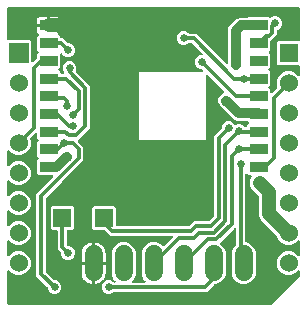
<source format=gbr>
G04 EAGLE Gerber X2 export*
%TF.Part,Single*%
%TF.FileFunction,Copper,L1,Top,Mixed*%
%TF.FilePolarity,Positive*%
%TF.GenerationSoftware,Autodesk,EAGLE,8.7.1*%
%TF.CreationDate,2018-08-26T11:19:32Z*%
G75*
%MOMM*%
%FSLAX34Y34*%
%LPD*%
%AMOC8*
5,1,8,0,0,1.08239X$1,22.5*%
G01*
%ADD10R,1.485000X0.900000*%
%ADD11R,1.676400X1.676400*%
%ADD12C,1.524000*%
%ADD13R,1.524000X1.524000*%
%ADD14R,1.500000X1.500000*%
%ADD15C,1.524000*%
%ADD16C,0.812800*%
%ADD17C,0.654800*%
%ADD18C,0.304800*%
%ADD19C,1.219200*%

G36*
X227059Y3190D02*
X227059Y3190D01*
X227150Y3198D01*
X227180Y3210D01*
X227212Y3215D01*
X227293Y3258D01*
X227377Y3294D01*
X227409Y3320D01*
X227429Y3331D01*
X227452Y3354D01*
X227508Y3399D01*
X250601Y26492D01*
X250654Y26566D01*
X250714Y26636D01*
X250726Y26666D01*
X250745Y26692D01*
X250772Y26779D01*
X250806Y26864D01*
X250810Y26905D01*
X250817Y26927D01*
X250816Y26959D01*
X250824Y27031D01*
X250824Y31417D01*
X250813Y31488D01*
X250811Y31559D01*
X250793Y31608D01*
X250785Y31660D01*
X250751Y31723D01*
X250726Y31790D01*
X250694Y31831D01*
X250669Y31877D01*
X250617Y31926D01*
X250573Y31982D01*
X250529Y32011D01*
X250491Y32047D01*
X250426Y32077D01*
X250366Y32115D01*
X250315Y32128D01*
X250268Y32150D01*
X250197Y32158D01*
X250127Y32176D01*
X250075Y32171D01*
X250024Y32177D01*
X249953Y32162D01*
X249882Y32156D01*
X249834Y32136D01*
X249783Y32125D01*
X249722Y32088D01*
X249656Y32060D01*
X249600Y32015D01*
X249572Y31999D01*
X249557Y31981D01*
X249525Y31955D01*
X247056Y29486D01*
X243321Y27939D01*
X239279Y27939D01*
X235544Y29486D01*
X232686Y32344D01*
X231139Y36079D01*
X231139Y40121D01*
X232686Y43856D01*
X235544Y46714D01*
X239279Y48261D01*
X243321Y48261D01*
X247056Y46714D01*
X249525Y44245D01*
X249583Y44203D01*
X249635Y44153D01*
X249682Y44132D01*
X249724Y44101D01*
X249793Y44080D01*
X249858Y44050D01*
X249910Y44044D01*
X249960Y44029D01*
X250031Y44031D01*
X250102Y44023D01*
X250153Y44034D01*
X250205Y44035D01*
X250273Y44060D01*
X250343Y44075D01*
X250388Y44102D01*
X250436Y44120D01*
X250492Y44164D01*
X250554Y44201D01*
X250588Y44241D01*
X250628Y44273D01*
X250667Y44334D01*
X250714Y44388D01*
X250733Y44436D01*
X250761Y44480D01*
X250779Y44550D01*
X250806Y44616D01*
X250814Y44688D01*
X250822Y44719D01*
X250820Y44742D01*
X250824Y44783D01*
X250824Y56817D01*
X250813Y56888D01*
X250811Y56959D01*
X250793Y57008D01*
X250785Y57060D01*
X250751Y57123D01*
X250726Y57190D01*
X250694Y57231D01*
X250669Y57277D01*
X250617Y57326D01*
X250573Y57382D01*
X250529Y57411D01*
X250491Y57447D01*
X250426Y57477D01*
X250366Y57515D01*
X250315Y57528D01*
X250268Y57550D01*
X250197Y57558D01*
X250127Y57576D01*
X250075Y57571D01*
X250024Y57577D01*
X249953Y57562D01*
X249882Y57556D01*
X249834Y57536D01*
X249783Y57525D01*
X249722Y57488D01*
X249656Y57460D01*
X249600Y57415D01*
X249572Y57399D01*
X249557Y57381D01*
X249525Y57355D01*
X247056Y54886D01*
X243321Y53339D01*
X239279Y53339D01*
X235544Y54886D01*
X232686Y57744D01*
X231220Y61284D01*
X231186Y61340D01*
X231160Y61400D01*
X231108Y61465D01*
X231090Y61493D01*
X231075Y61505D01*
X231055Y61531D01*
X220259Y72327D01*
X217722Y74864D01*
X216407Y78038D01*
X216407Y94597D01*
X216393Y94687D01*
X216385Y94778D01*
X216373Y94808D01*
X216368Y94840D01*
X216325Y94921D01*
X216289Y95005D01*
X216263Y95037D01*
X216252Y95057D01*
X216229Y95080D01*
X216184Y95135D01*
X209848Y101472D01*
X208533Y104646D01*
X208533Y108082D01*
X209885Y111345D01*
X209895Y111358D01*
X209916Y111427D01*
X209946Y111493D01*
X209952Y111544D01*
X209967Y111593D01*
X209966Y111666D01*
X209973Y111737D01*
X209963Y111788D01*
X209961Y111839D01*
X209937Y111907D01*
X209921Y111978D01*
X209895Y112022D01*
X209877Y112070D01*
X209832Y112127D01*
X209795Y112189D01*
X209756Y112222D01*
X209724Y112263D01*
X209663Y112302D01*
X209608Y112349D01*
X209560Y112368D01*
X209517Y112396D01*
X209447Y112414D01*
X209380Y112441D01*
X209310Y112449D01*
X209279Y112456D01*
X209255Y112455D01*
X209213Y112459D01*
X207448Y112459D01*
X206024Y113883D01*
X205966Y113924D01*
X205914Y113974D01*
X205867Y113996D01*
X205825Y114026D01*
X205756Y114047D01*
X205691Y114077D01*
X205639Y114083D01*
X205589Y114099D01*
X205518Y114097D01*
X205447Y114105D01*
X205396Y114093D01*
X205344Y114092D01*
X205276Y114068D01*
X205206Y114052D01*
X205161Y114026D01*
X205113Y114008D01*
X205057Y113963D01*
X204995Y113926D01*
X204961Y113887D01*
X204921Y113854D01*
X204882Y113794D01*
X204835Y113739D01*
X204816Y113691D01*
X204788Y113647D01*
X204770Y113578D01*
X204743Y113511D01*
X204735Y113440D01*
X204727Y113409D01*
X204729Y113385D01*
X204725Y113344D01*
X204725Y56595D01*
X204744Y56478D01*
X204761Y56364D01*
X204763Y56358D01*
X204764Y56352D01*
X204819Y56250D01*
X204872Y56145D01*
X204877Y56140D01*
X204880Y56135D01*
X204964Y56055D01*
X205048Y55973D01*
X205054Y55969D01*
X205058Y55965D01*
X205075Y55958D01*
X205195Y55892D01*
X208956Y54334D01*
X211814Y51476D01*
X213361Y47741D01*
X213361Y28459D01*
X211814Y24724D01*
X208956Y21866D01*
X205221Y20319D01*
X201179Y20319D01*
X197444Y21866D01*
X194586Y24724D01*
X193039Y28459D01*
X193039Y47741D01*
X194586Y51476D01*
X196372Y53262D01*
X196425Y53336D01*
X196485Y53405D01*
X196497Y53435D01*
X196516Y53462D01*
X196543Y53548D01*
X196577Y53633D01*
X196581Y53674D01*
X196588Y53697D01*
X196587Y53729D01*
X196595Y53800D01*
X196595Y67314D01*
X196584Y67385D01*
X196582Y67457D01*
X196564Y67506D01*
X196556Y67557D01*
X196522Y67620D01*
X196497Y67688D01*
X196465Y67729D01*
X196440Y67775D01*
X196388Y67824D01*
X196344Y67880D01*
X196300Y67908D01*
X196262Y67944D01*
X196197Y67974D01*
X196137Y68013D01*
X196086Y68026D01*
X196039Y68048D01*
X195968Y68055D01*
X195898Y68073D01*
X195846Y68069D01*
X195795Y68075D01*
X195724Y68059D01*
X195653Y68054D01*
X195605Y68033D01*
X195554Y68022D01*
X195493Y67986D01*
X195427Y67957D01*
X195371Y67913D01*
X195343Y67896D01*
X195328Y67878D01*
X195296Y67853D01*
X194783Y67340D01*
X194783Y67339D01*
X183103Y55660D01*
X183077Y55623D01*
X183043Y55592D01*
X183005Y55524D01*
X182960Y55461D01*
X182946Y55417D01*
X182924Y55377D01*
X182910Y55300D01*
X182888Y55226D01*
X182889Y55180D01*
X182881Y55134D01*
X182892Y55057D01*
X182894Y54980D01*
X182910Y54937D01*
X182916Y54891D01*
X182952Y54822D01*
X182978Y54749D01*
X183007Y54713D01*
X183028Y54672D01*
X183083Y54617D01*
X183132Y54557D01*
X183171Y54532D01*
X183204Y54500D01*
X183323Y54434D01*
X183339Y54424D01*
X183344Y54422D01*
X183350Y54419D01*
X183556Y54334D01*
X186414Y51476D01*
X187961Y47741D01*
X187961Y28459D01*
X186414Y24724D01*
X183556Y21866D01*
X179821Y20319D01*
X178783Y20319D01*
X178693Y20305D01*
X178602Y20297D01*
X178572Y20285D01*
X178540Y20280D01*
X178460Y20237D01*
X178376Y20201D01*
X178344Y20175D01*
X178323Y20164D01*
X178301Y20141D01*
X178245Y20096D01*
X171864Y13715D01*
X93374Y13715D01*
X93284Y13701D01*
X93193Y13693D01*
X93163Y13681D01*
X93131Y13676D01*
X93050Y13633D01*
X92967Y13597D01*
X92934Y13571D01*
X92914Y13560D01*
X92892Y13537D01*
X92836Y13492D01*
X92194Y12851D01*
X90057Y11965D01*
X87743Y11965D01*
X85606Y12851D01*
X83971Y14486D01*
X83085Y16623D01*
X83085Y18937D01*
X83971Y21074D01*
X85606Y22709D01*
X87743Y23595D01*
X90057Y23595D01*
X92194Y22709D01*
X92836Y22068D01*
X92910Y22015D01*
X92979Y21955D01*
X93009Y21943D01*
X93035Y21924D01*
X93122Y21897D01*
X93207Y21863D01*
X93248Y21859D01*
X93270Y21852D01*
X93303Y21853D01*
X93374Y21845D01*
X94028Y21845D01*
X94099Y21856D01*
X94170Y21858D01*
X94219Y21876D01*
X94271Y21884D01*
X94334Y21918D01*
X94401Y21943D01*
X94442Y21975D01*
X94488Y22000D01*
X94537Y22052D01*
X94593Y22096D01*
X94622Y22140D01*
X94658Y22178D01*
X94688Y22243D01*
X94726Y22303D01*
X94739Y22354D01*
X94761Y22401D01*
X94769Y22472D01*
X94787Y22542D01*
X94782Y22594D01*
X94788Y22645D01*
X94773Y22716D01*
X94767Y22787D01*
X94747Y22835D01*
X94736Y22886D01*
X94699Y22947D01*
X94671Y23013D01*
X94626Y23069D01*
X94610Y23097D01*
X94592Y23112D01*
X94566Y23144D01*
X92986Y24724D01*
X91439Y28459D01*
X91439Y47741D01*
X92986Y51476D01*
X95844Y54334D01*
X99579Y55881D01*
X103621Y55881D01*
X107356Y54334D01*
X110214Y51476D01*
X111761Y47741D01*
X111761Y28459D01*
X110214Y24724D01*
X108634Y23144D01*
X108592Y23086D01*
X108542Y23034D01*
X108521Y22987D01*
X108490Y22945D01*
X108469Y22876D01*
X108439Y22811D01*
X108433Y22759D01*
X108418Y22709D01*
X108420Y22638D01*
X108412Y22567D01*
X108423Y22516D01*
X108424Y22464D01*
X108449Y22396D01*
X108464Y22326D01*
X108491Y22281D01*
X108509Y22233D01*
X108553Y22177D01*
X108590Y22115D01*
X108630Y22081D01*
X108662Y22041D01*
X108723Y22002D01*
X108777Y21955D01*
X108825Y21936D01*
X108869Y21908D01*
X108939Y21890D01*
X109005Y21863D01*
X109077Y21855D01*
X109108Y21847D01*
X109131Y21849D01*
X109172Y21845D01*
X119428Y21845D01*
X119499Y21856D01*
X119570Y21858D01*
X119619Y21876D01*
X119671Y21884D01*
X119734Y21918D01*
X119801Y21943D01*
X119842Y21975D01*
X119888Y22000D01*
X119937Y22052D01*
X119993Y22096D01*
X120022Y22140D01*
X120058Y22178D01*
X120088Y22243D01*
X120126Y22303D01*
X120139Y22354D01*
X120161Y22401D01*
X120169Y22472D01*
X120187Y22542D01*
X120182Y22594D01*
X120188Y22645D01*
X120173Y22716D01*
X120167Y22787D01*
X120147Y22835D01*
X120136Y22886D01*
X120099Y22947D01*
X120071Y23013D01*
X120026Y23069D01*
X120010Y23097D01*
X119992Y23112D01*
X119966Y23144D01*
X118386Y24724D01*
X116839Y28459D01*
X116839Y47741D01*
X118386Y51476D01*
X121244Y54334D01*
X124979Y55881D01*
X129021Y55881D01*
X132756Y54334D01*
X134582Y52507D01*
X134598Y52496D01*
X134611Y52480D01*
X134698Y52424D01*
X134782Y52364D01*
X134801Y52358D01*
X134818Y52347D01*
X134918Y52322D01*
X135017Y52291D01*
X135037Y52292D01*
X135056Y52287D01*
X135159Y52295D01*
X135263Y52298D01*
X135282Y52305D01*
X135302Y52306D01*
X135396Y52346D01*
X135494Y52382D01*
X135510Y52395D01*
X135528Y52402D01*
X135659Y52507D01*
X143065Y59914D01*
X143107Y59972D01*
X143157Y60024D01*
X143179Y60071D01*
X143209Y60113D01*
X143230Y60182D01*
X143260Y60247D01*
X143266Y60299D01*
X143281Y60349D01*
X143279Y60420D01*
X143287Y60491D01*
X143276Y60542D01*
X143275Y60594D01*
X143250Y60662D01*
X143235Y60732D01*
X143208Y60776D01*
X143190Y60825D01*
X143146Y60881D01*
X143109Y60943D01*
X143069Y60977D01*
X143037Y61017D01*
X142976Y61056D01*
X142922Y61103D01*
X142874Y61122D01*
X142830Y61150D01*
X142760Y61168D01*
X142694Y61195D01*
X142622Y61203D01*
X142591Y61211D01*
X142568Y61209D01*
X142527Y61213D01*
X90238Y61213D01*
X85515Y65936D01*
X85441Y65989D01*
X85372Y66049D01*
X85342Y66061D01*
X85316Y66080D01*
X85229Y66107D01*
X85144Y66141D01*
X85103Y66145D01*
X85080Y66152D01*
X85048Y66151D01*
X84977Y66159D01*
X76258Y66159D01*
X74769Y67648D01*
X74769Y84752D01*
X76258Y86241D01*
X93362Y86241D01*
X94851Y84752D01*
X94851Y70104D01*
X94854Y70084D01*
X94852Y70065D01*
X94874Y69963D01*
X94890Y69861D01*
X94900Y69844D01*
X94904Y69824D01*
X94957Y69735D01*
X95006Y69644D01*
X95020Y69630D01*
X95030Y69613D01*
X95109Y69546D01*
X95184Y69474D01*
X95202Y69466D01*
X95217Y69453D01*
X95313Y69414D01*
X95407Y69371D01*
X95427Y69369D01*
X95445Y69361D01*
X95612Y69343D01*
X156976Y69343D01*
X157066Y69357D01*
X157157Y69365D01*
X157187Y69377D01*
X157219Y69382D01*
X157300Y69425D01*
X157384Y69461D01*
X157416Y69487D01*
X157436Y69498D01*
X157459Y69521D01*
X157515Y69566D01*
X161610Y73661D01*
X173486Y73661D01*
X173576Y73675D01*
X173667Y73683D01*
X173697Y73695D01*
X173729Y73700D01*
X173810Y73743D01*
X173894Y73779D01*
X173926Y73805D01*
X173946Y73816D01*
X173969Y73839D01*
X174025Y73884D01*
X177858Y77717D01*
X177911Y77791D01*
X177971Y77861D01*
X177983Y77891D01*
X178002Y77917D01*
X178029Y78004D01*
X178063Y78089D01*
X178067Y78130D01*
X178074Y78152D01*
X178073Y78184D01*
X178081Y78256D01*
X178081Y145730D01*
X184462Y152111D01*
X184515Y152185D01*
X184575Y152254D01*
X184587Y152284D01*
X184606Y152310D01*
X184633Y152397D01*
X184667Y152482D01*
X184671Y152523D01*
X184678Y152546D01*
X184677Y152578D01*
X184685Y152649D01*
X184685Y153557D01*
X185571Y155694D01*
X187206Y157329D01*
X189343Y158215D01*
X191657Y158215D01*
X193794Y157329D01*
X195429Y155694D01*
X195556Y155390D01*
X195566Y155373D01*
X195572Y155353D01*
X195631Y155268D01*
X195685Y155180D01*
X195700Y155168D01*
X195712Y155151D01*
X195795Y155089D01*
X195875Y155024D01*
X195893Y155017D01*
X195909Y155005D01*
X196008Y154972D01*
X196104Y154935D01*
X196124Y154935D01*
X196143Y154928D01*
X196247Y154929D01*
X196350Y154925D01*
X196369Y154931D01*
X196389Y154931D01*
X196550Y154978D01*
X198233Y155675D01*
X200547Y155675D01*
X202684Y154789D01*
X203686Y153788D01*
X203760Y153735D01*
X203829Y153675D01*
X203859Y153663D01*
X203885Y153644D01*
X203972Y153617D01*
X204057Y153583D01*
X204098Y153579D01*
X204120Y153572D01*
X204153Y153573D01*
X204224Y153565D01*
X205198Y153565D01*
X205218Y153568D01*
X205237Y153566D01*
X205339Y153588D01*
X205441Y153604D01*
X205458Y153614D01*
X205478Y153618D01*
X205567Y153671D01*
X205658Y153720D01*
X205672Y153734D01*
X205689Y153744D01*
X205756Y153823D01*
X205828Y153898D01*
X205836Y153916D01*
X205849Y153931D01*
X205888Y154027D01*
X205931Y154121D01*
X205933Y154141D01*
X205941Y154159D01*
X205959Y154326D01*
X205959Y155052D01*
X207369Y156462D01*
X207380Y156478D01*
X207396Y156490D01*
X207452Y156578D01*
X207512Y156661D01*
X207518Y156680D01*
X207529Y156697D01*
X207554Y156798D01*
X207584Y156897D01*
X207584Y156916D01*
X207589Y156936D01*
X207581Y157039D01*
X207578Y157142D01*
X207571Y157161D01*
X207570Y157181D01*
X207529Y157276D01*
X207494Y157373D01*
X207481Y157389D01*
X207473Y157407D01*
X207369Y157538D01*
X206635Y158272D01*
X206561Y158325D01*
X206491Y158385D01*
X206461Y158397D01*
X206435Y158416D01*
X206348Y158443D01*
X206263Y158477D01*
X206222Y158481D01*
X206200Y158488D01*
X206168Y158487D01*
X206096Y158495D01*
X198011Y158495D01*
X195584Y159501D01*
X182963Y172121D01*
X181958Y174549D01*
X181958Y177176D01*
X182963Y179604D01*
X184821Y181462D01*
X186518Y182165D01*
X186557Y182189D01*
X186600Y182205D01*
X186661Y182253D01*
X186727Y182294D01*
X186757Y182330D01*
X186792Y182358D01*
X186835Y182424D01*
X186884Y182484D01*
X186901Y182527D01*
X186925Y182565D01*
X186944Y182641D01*
X186972Y182713D01*
X186974Y182759D01*
X186986Y182804D01*
X186979Y182881D01*
X186983Y182959D01*
X186970Y183003D01*
X186966Y183049D01*
X186936Y183121D01*
X186914Y183195D01*
X186888Y183233D01*
X186870Y183275D01*
X186785Y183382D01*
X186774Y183397D01*
X186770Y183400D01*
X186765Y183406D01*
X172750Y197421D01*
X172692Y197463D01*
X172640Y197513D01*
X172593Y197535D01*
X172551Y197565D01*
X172482Y197586D01*
X172417Y197616D01*
X172365Y197622D01*
X172315Y197637D01*
X172244Y197635D01*
X172173Y197643D01*
X172122Y197632D01*
X172070Y197631D01*
X172002Y197606D01*
X171932Y197591D01*
X171887Y197564D01*
X171839Y197546D01*
X171783Y197502D01*
X171721Y197465D01*
X171687Y197425D01*
X171647Y197393D01*
X171608Y197332D01*
X171561Y197278D01*
X171542Y197230D01*
X171514Y197186D01*
X171496Y197116D01*
X171469Y197050D01*
X171461Y196978D01*
X171453Y196947D01*
X171455Y196924D01*
X171451Y196883D01*
X171451Y142875D01*
X171450Y142874D01*
X114300Y142874D01*
X114299Y142875D01*
X114299Y200025D01*
X114300Y200026D01*
X168308Y200026D01*
X168379Y200037D01*
X168451Y200039D01*
X168499Y200057D01*
X168551Y200065D01*
X168614Y200099D01*
X168682Y200124D01*
X168722Y200156D01*
X168768Y200181D01*
X168818Y200233D01*
X168874Y200277D01*
X168902Y200321D01*
X168938Y200359D01*
X168968Y200424D01*
X169007Y200484D01*
X169019Y200535D01*
X169041Y200582D01*
X169049Y200653D01*
X169067Y200723D01*
X169063Y200775D01*
X169068Y200826D01*
X169053Y200897D01*
X169047Y200968D01*
X169027Y201016D01*
X169016Y201067D01*
X168979Y201128D01*
X168951Y201194D01*
X168906Y201250D01*
X168890Y201278D01*
X168872Y201293D01*
X168846Y201325D01*
X167929Y202242D01*
X167855Y202295D01*
X167786Y202355D01*
X167756Y202367D01*
X167730Y202386D01*
X167642Y202413D01*
X167558Y202447D01*
X167517Y202451D01*
X167494Y202458D01*
X167462Y202457D01*
X167391Y202465D01*
X166483Y202465D01*
X164346Y203351D01*
X162711Y204986D01*
X161825Y207123D01*
X161825Y209437D01*
X162711Y211574D01*
X164346Y213209D01*
X166483Y214095D01*
X168209Y214095D01*
X168280Y214106D01*
X168352Y214108D01*
X168400Y214126D01*
X168452Y214134D01*
X168515Y214168D01*
X168583Y214193D01*
X168623Y214225D01*
X168669Y214250D01*
X168719Y214302D01*
X168775Y214346D01*
X168803Y214390D01*
X168839Y214428D01*
X168869Y214493D01*
X168908Y214553D01*
X168920Y214604D01*
X168942Y214651D01*
X168950Y214722D01*
X168968Y214792D01*
X168964Y214844D01*
X168969Y214895D01*
X168954Y214966D01*
X168948Y215037D01*
X168928Y215085D01*
X168917Y215136D01*
X168880Y215197D01*
X168852Y215263D01*
X168807Y215319D01*
X168791Y215347D01*
X168773Y215362D01*
X168747Y215394D01*
X159829Y224312D01*
X159755Y224365D01*
X159686Y224425D01*
X159656Y224437D01*
X159630Y224456D01*
X159543Y224483D01*
X159458Y224517D01*
X159417Y224521D01*
X159394Y224528D01*
X159362Y224527D01*
X159291Y224535D01*
X156874Y224535D01*
X156784Y224521D01*
X156693Y224513D01*
X156663Y224501D01*
X156631Y224496D01*
X156550Y224453D01*
X156467Y224417D01*
X156434Y224391D01*
X156414Y224380D01*
X156392Y224357D01*
X156336Y224312D01*
X155694Y223671D01*
X153557Y222785D01*
X151243Y222785D01*
X149106Y223671D01*
X147471Y225306D01*
X146585Y227443D01*
X146585Y229757D01*
X147471Y231894D01*
X149106Y233529D01*
X151243Y234415D01*
X153557Y234415D01*
X155694Y233529D01*
X156336Y232888D01*
X156410Y232835D01*
X156479Y232775D01*
X156509Y232763D01*
X156535Y232744D01*
X156622Y232717D01*
X156707Y232683D01*
X156748Y232679D01*
X156770Y232672D01*
X156803Y232673D01*
X156874Y232665D01*
X162974Y232665D01*
X188946Y206693D01*
X189004Y206651D01*
X189056Y206601D01*
X189103Y206579D01*
X189145Y206549D01*
X189214Y206528D01*
X189279Y206498D01*
X189331Y206492D01*
X189381Y206477D01*
X189452Y206479D01*
X189523Y206471D01*
X189574Y206482D01*
X189626Y206483D01*
X189694Y206508D01*
X189764Y206523D01*
X189809Y206550D01*
X189857Y206568D01*
X189913Y206612D01*
X189975Y206649D01*
X190009Y206689D01*
X190049Y206721D01*
X190088Y206782D01*
X190135Y206836D01*
X190154Y206884D01*
X190182Y206928D01*
X190200Y206998D01*
X190227Y207064D01*
X190235Y207136D01*
X190243Y207167D01*
X190241Y207190D01*
X190245Y207231D01*
X190245Y236264D01*
X191251Y238691D01*
X197659Y245099D01*
X200086Y246105D01*
X206696Y246105D01*
X206786Y246119D01*
X206877Y246127D01*
X206907Y246139D01*
X206939Y246144D01*
X207020Y246187D01*
X207104Y246223D01*
X207136Y246249D01*
X207156Y246260D01*
X207179Y246283D01*
X207235Y246328D01*
X207448Y246541D01*
X224402Y246541D01*
X225107Y245836D01*
X225123Y245825D01*
X225135Y245809D01*
X225222Y245753D01*
X225306Y245693D01*
X225325Y245687D01*
X225342Y245676D01*
X225442Y245651D01*
X225541Y245621D01*
X225561Y245621D01*
X225581Y245616D01*
X225684Y245624D01*
X225787Y245627D01*
X225806Y245634D01*
X225826Y245635D01*
X225921Y245676D01*
X226018Y245711D01*
X226034Y245724D01*
X226052Y245732D01*
X226183Y245836D01*
X226576Y246230D01*
X228713Y247115D01*
X231027Y247115D01*
X233164Y246229D01*
X234799Y244594D01*
X235685Y242457D01*
X235685Y240143D01*
X234799Y238006D01*
X233164Y236371D01*
X231949Y235867D01*
X231849Y235805D01*
X231749Y235746D01*
X231745Y235741D01*
X231740Y235738D01*
X231665Y235647D01*
X231589Y235559D01*
X231587Y235553D01*
X231583Y235548D01*
X231541Y235440D01*
X231497Y235331D01*
X231496Y235323D01*
X231495Y235318D01*
X231494Y235300D01*
X231479Y235164D01*
X231479Y231633D01*
X226717Y226871D01*
X226652Y226871D01*
X226632Y226868D01*
X226613Y226870D01*
X226511Y226848D01*
X226409Y226832D01*
X226392Y226822D01*
X226372Y226818D01*
X226283Y226765D01*
X226192Y226716D01*
X226178Y226702D01*
X226161Y226692D01*
X226094Y226613D01*
X226022Y226538D01*
X226014Y226520D01*
X226001Y226505D01*
X225962Y226409D01*
X225919Y226315D01*
X225917Y226295D01*
X225909Y226277D01*
X225891Y226110D01*
X225891Y218948D01*
X224481Y217538D01*
X224470Y217522D01*
X224454Y217510D01*
X224398Y217422D01*
X224338Y217339D01*
X224332Y217320D01*
X224321Y217303D01*
X224296Y217202D01*
X224266Y217103D01*
X224266Y217084D01*
X224261Y217064D01*
X224269Y216961D01*
X224272Y216858D01*
X224279Y216839D01*
X224280Y216819D01*
X224321Y216724D01*
X224356Y216627D01*
X224369Y216611D01*
X224377Y216593D01*
X224481Y216462D01*
X225891Y215052D01*
X225891Y203948D01*
X224481Y202538D01*
X224470Y202522D01*
X224454Y202510D01*
X224398Y202422D01*
X224338Y202339D01*
X224332Y202320D01*
X224321Y202303D01*
X224296Y202202D01*
X224266Y202103D01*
X224266Y202084D01*
X224261Y202064D01*
X224269Y201961D01*
X224272Y201858D01*
X224279Y201839D01*
X224280Y201819D01*
X224321Y201724D01*
X224356Y201627D01*
X224369Y201611D01*
X224377Y201593D01*
X224481Y201462D01*
X225891Y200052D01*
X225891Y188948D01*
X224481Y187538D01*
X224470Y187522D01*
X224454Y187510D01*
X224398Y187422D01*
X224338Y187339D01*
X224332Y187320D01*
X224321Y187303D01*
X224296Y187202D01*
X224266Y187103D01*
X224266Y187084D01*
X224261Y187064D01*
X224269Y186961D01*
X224272Y186858D01*
X224279Y186839D01*
X224280Y186819D01*
X224321Y186724D01*
X224356Y186627D01*
X224369Y186611D01*
X224377Y186593D01*
X224481Y186462D01*
X225891Y185052D01*
X225891Y182677D01*
X225902Y182606D01*
X225904Y182534D01*
X225922Y182485D01*
X225930Y182434D01*
X225964Y182371D01*
X225989Y182303D01*
X226021Y182263D01*
X226046Y182217D01*
X226097Y182167D01*
X226142Y182111D01*
X226186Y182083D01*
X226224Y182047D01*
X226289Y182017D01*
X226349Y181978D01*
X226400Y181966D01*
X226447Y181944D01*
X226518Y181936D01*
X226588Y181918D01*
X226640Y181922D01*
X226691Y181917D01*
X226762Y181932D01*
X226833Y181938D01*
X226881Y181958D01*
X226932Y181969D01*
X226993Y182006D01*
X227059Y182034D01*
X227115Y182079D01*
X227143Y182095D01*
X227158Y182113D01*
X227190Y182139D01*
X231480Y186428D01*
X231548Y186522D01*
X231618Y186617D01*
X231620Y186623D01*
X231624Y186628D01*
X231658Y186739D01*
X231694Y186851D01*
X231694Y186857D01*
X231696Y186863D01*
X231693Y186980D01*
X231692Y187097D01*
X231690Y187104D01*
X231690Y187109D01*
X231683Y187127D01*
X231645Y187258D01*
X231139Y188479D01*
X231139Y192521D01*
X232686Y196256D01*
X235544Y199114D01*
X239279Y200661D01*
X243321Y200661D01*
X247056Y199114D01*
X249525Y196645D01*
X249583Y196603D01*
X249635Y196553D01*
X249682Y196532D01*
X249724Y196501D01*
X249793Y196480D01*
X249858Y196450D01*
X249910Y196444D01*
X249960Y196429D01*
X250031Y196431D01*
X250102Y196423D01*
X250153Y196434D01*
X250205Y196435D01*
X250273Y196460D01*
X250343Y196475D01*
X250388Y196502D01*
X250436Y196520D01*
X250492Y196564D01*
X250554Y196601D01*
X250588Y196641D01*
X250628Y196673D01*
X250667Y196734D01*
X250714Y196788D01*
X250733Y196836D01*
X250761Y196880D01*
X250779Y196950D01*
X250806Y197016D01*
X250814Y197088D01*
X250822Y197119D01*
X250820Y197142D01*
X250824Y197183D01*
X250824Y204978D01*
X250821Y204998D01*
X250823Y205017D01*
X250801Y205119D01*
X250785Y205221D01*
X250775Y205238D01*
X250771Y205258D01*
X250718Y205347D01*
X250669Y205438D01*
X250655Y205452D01*
X250645Y205469D01*
X250566Y205536D01*
X250491Y205608D01*
X250473Y205616D01*
X250458Y205629D01*
X250362Y205668D01*
X250268Y205711D01*
X250248Y205713D01*
X250230Y205721D01*
X250063Y205739D01*
X232628Y205739D01*
X231139Y207228D01*
X231139Y224572D01*
X232628Y226061D01*
X250063Y226061D01*
X250083Y226064D01*
X250102Y226062D01*
X250204Y226084D01*
X250306Y226100D01*
X250323Y226110D01*
X250343Y226114D01*
X250432Y226167D01*
X250523Y226216D01*
X250537Y226230D01*
X250554Y226240D01*
X250621Y226319D01*
X250693Y226394D01*
X250701Y226412D01*
X250714Y226427D01*
X250753Y226523D01*
X250796Y226617D01*
X250798Y226637D01*
X250806Y226655D01*
X250824Y226822D01*
X250824Y254000D01*
X250821Y254020D01*
X250823Y254039D01*
X250801Y254141D01*
X250785Y254243D01*
X250775Y254260D01*
X250771Y254280D01*
X250718Y254369D01*
X250669Y254460D01*
X250655Y254474D01*
X250645Y254491D01*
X250566Y254558D01*
X250491Y254630D01*
X250473Y254638D01*
X250458Y254651D01*
X250362Y254690D01*
X250268Y254733D01*
X250248Y254735D01*
X250230Y254743D01*
X250063Y254761D01*
X3937Y254761D01*
X3917Y254758D01*
X3898Y254760D01*
X3796Y254738D01*
X3694Y254722D01*
X3677Y254712D01*
X3657Y254708D01*
X3568Y254655D01*
X3477Y254606D01*
X3463Y254592D01*
X3446Y254582D01*
X3379Y254503D01*
X3307Y254428D01*
X3299Y254410D01*
X3286Y254395D01*
X3247Y254299D01*
X3204Y254205D01*
X3202Y254185D01*
X3194Y254167D01*
X3176Y254000D01*
X3176Y227584D01*
X3179Y227564D01*
X3177Y227545D01*
X3199Y227443D01*
X3215Y227341D01*
X3225Y227324D01*
X3229Y227304D01*
X3282Y227215D01*
X3331Y227124D01*
X3345Y227110D01*
X3355Y227093D01*
X3434Y227026D01*
X3509Y226954D01*
X3527Y226946D01*
X3542Y226933D01*
X3638Y226894D01*
X3732Y226851D01*
X3752Y226849D01*
X3770Y226841D01*
X3937Y226823D01*
X22134Y226823D01*
X23623Y225334D01*
X23623Y209009D01*
X23634Y208938D01*
X23636Y208866D01*
X23654Y208818D01*
X23662Y208766D01*
X23696Y208703D01*
X23721Y208635D01*
X23753Y208595D01*
X23778Y208549D01*
X23830Y208499D01*
X23874Y208443D01*
X23918Y208415D01*
X23956Y208379D01*
X24021Y208349D01*
X24081Y208310D01*
X24132Y208298D01*
X24179Y208276D01*
X24250Y208268D01*
X24320Y208250D01*
X24372Y208254D01*
X24423Y208249D01*
X24494Y208264D01*
X24565Y208270D01*
X24613Y208290D01*
X24664Y208301D01*
X24725Y208338D01*
X24791Y208366D01*
X24847Y208411D01*
X24875Y208427D01*
X24890Y208445D01*
X24922Y208471D01*
X27412Y210961D01*
X27886Y211435D01*
X27939Y211509D01*
X27999Y211578D01*
X28011Y211608D01*
X28030Y211634D01*
X28057Y211721D01*
X28091Y211806D01*
X28095Y211847D01*
X28102Y211870D01*
X28101Y211902D01*
X28109Y211973D01*
X28109Y215052D01*
X29519Y216462D01*
X29530Y216478D01*
X29546Y216490D01*
X29602Y216578D01*
X29662Y216661D01*
X29668Y216680D01*
X29679Y216697D01*
X29704Y216798D01*
X29734Y216897D01*
X29734Y216916D01*
X29739Y216936D01*
X29731Y217039D01*
X29728Y217142D01*
X29721Y217161D01*
X29720Y217181D01*
X29679Y217276D01*
X29644Y217373D01*
X29631Y217389D01*
X29623Y217407D01*
X29519Y217538D01*
X28109Y218948D01*
X28109Y230052D01*
X29614Y231558D01*
X29683Y231653D01*
X29754Y231750D01*
X29756Y231754D01*
X29758Y231757D01*
X29793Y231870D01*
X29829Y231984D01*
X29829Y231988D01*
X29830Y231992D01*
X29827Y232111D01*
X29825Y232230D01*
X29824Y232234D01*
X29824Y232238D01*
X29783Y232350D01*
X29744Y232462D01*
X29741Y232465D01*
X29740Y232469D01*
X29665Y232563D01*
X29592Y232656D01*
X29588Y232659D01*
X29586Y232661D01*
X29574Y232669D01*
X29457Y232755D01*
X29090Y232967D01*
X28617Y233440D01*
X28282Y234019D01*
X28109Y234666D01*
X28109Y237977D01*
X37313Y237977D01*
X37333Y237980D01*
X37352Y237978D01*
X37454Y238000D01*
X37556Y238017D01*
X37573Y238026D01*
X37593Y238030D01*
X37682Y238083D01*
X37773Y238132D01*
X37787Y238146D01*
X37804Y238156D01*
X37871Y238235D01*
X37942Y238310D01*
X37951Y238328D01*
X37964Y238343D01*
X38003Y238439D01*
X38046Y238533D01*
X38048Y238553D01*
X38056Y238571D01*
X38074Y238738D01*
X38074Y239501D01*
X38076Y239501D01*
X38076Y238738D01*
X38079Y238718D01*
X38077Y238699D01*
X38099Y238597D01*
X38116Y238495D01*
X38125Y238478D01*
X38129Y238458D01*
X38182Y238369D01*
X38231Y238278D01*
X38245Y238264D01*
X38255Y238247D01*
X38334Y238180D01*
X38409Y238109D01*
X38427Y238100D01*
X38442Y238087D01*
X38538Y238048D01*
X38632Y238005D01*
X38652Y238003D01*
X38670Y237995D01*
X38837Y237977D01*
X48041Y237977D01*
X48041Y234666D01*
X47868Y234019D01*
X47533Y233440D01*
X47060Y232967D01*
X46693Y232755D01*
X46600Y232679D01*
X46508Y232606D01*
X46506Y232602D01*
X46503Y232599D01*
X46439Y232498D01*
X46375Y232399D01*
X46374Y232395D01*
X46372Y232391D01*
X46344Y232275D01*
X46315Y232160D01*
X46316Y232156D01*
X46315Y232152D01*
X46325Y232032D01*
X46334Y231915D01*
X46336Y231911D01*
X46336Y231907D01*
X46384Y231797D01*
X46431Y231689D01*
X46434Y231685D01*
X46435Y231682D01*
X46445Y231671D01*
X46536Y231558D01*
X48041Y230052D01*
X48041Y229326D01*
X48044Y229306D01*
X48042Y229287D01*
X48064Y229185D01*
X48080Y229083D01*
X48090Y229066D01*
X48094Y229046D01*
X48147Y228957D01*
X48196Y228866D01*
X48210Y228852D01*
X48220Y228835D01*
X48299Y228768D01*
X48374Y228696D01*
X48392Y228688D01*
X48407Y228675D01*
X48503Y228636D01*
X48597Y228593D01*
X48617Y228591D01*
X48635Y228583D01*
X48802Y228565D01*
X50234Y228565D01*
X54321Y224478D01*
X54395Y224425D01*
X54464Y224365D01*
X54494Y224353D01*
X54520Y224334D01*
X54607Y224307D01*
X54692Y224273D01*
X54733Y224269D01*
X54756Y224262D01*
X54788Y224263D01*
X54859Y224255D01*
X55767Y224255D01*
X57904Y223369D01*
X59539Y221734D01*
X60425Y219597D01*
X60425Y217283D01*
X59539Y215146D01*
X57904Y213511D01*
X55767Y212625D01*
X53453Y212625D01*
X51316Y213511D01*
X49681Y215146D01*
X49505Y215569D01*
X49454Y215652D01*
X49408Y215738D01*
X49389Y215756D01*
X49376Y215778D01*
X49301Y215840D01*
X49230Y215907D01*
X49206Y215918D01*
X49186Y215935D01*
X49095Y215970D01*
X49007Y216011D01*
X48981Y216014D01*
X48957Y216023D01*
X48859Y216027D01*
X48763Y216038D01*
X48737Y216033D01*
X48711Y216034D01*
X48617Y216007D01*
X48522Y215986D01*
X48500Y215973D01*
X48475Y215965D01*
X48395Y215910D01*
X48311Y215860D01*
X48294Y215840D01*
X48273Y215825D01*
X48215Y215747D01*
X48151Y215673D01*
X48141Y215649D01*
X48126Y215628D01*
X48096Y215535D01*
X48059Y215445D01*
X48056Y215412D01*
X48050Y215394D01*
X48050Y215361D01*
X48041Y215278D01*
X48041Y203948D01*
X46631Y202538D01*
X46620Y202522D01*
X46604Y202510D01*
X46548Y202422D01*
X46488Y202339D01*
X46482Y202320D01*
X46471Y202303D01*
X46446Y202202D01*
X46416Y202103D01*
X46416Y202084D01*
X46411Y202064D01*
X46419Y201961D01*
X46422Y201858D01*
X46429Y201839D01*
X46430Y201819D01*
X46471Y201724D01*
X46506Y201627D01*
X46519Y201611D01*
X46527Y201593D01*
X46631Y201462D01*
X48041Y200052D01*
X48041Y199326D01*
X48044Y199306D01*
X48042Y199287D01*
X48064Y199185D01*
X48080Y199083D01*
X48090Y199066D01*
X48094Y199046D01*
X48147Y198957D01*
X48196Y198866D01*
X48210Y198852D01*
X48220Y198835D01*
X48299Y198768D01*
X48374Y198696D01*
X48392Y198688D01*
X48407Y198675D01*
X48503Y198636D01*
X48597Y198593D01*
X48617Y198591D01*
X48635Y198583D01*
X48802Y198565D01*
X50454Y198565D01*
X50525Y198576D01*
X50597Y198578D01*
X50646Y198596D01*
X50697Y198604D01*
X50760Y198638D01*
X50828Y198663D01*
X50868Y198695D01*
X50914Y198720D01*
X50964Y198772D01*
X51020Y198816D01*
X51048Y198860D01*
X51084Y198898D01*
X51114Y198963D01*
X51153Y199023D01*
X51165Y199074D01*
X51187Y199121D01*
X51195Y199192D01*
X51213Y199262D01*
X51209Y199314D01*
X51214Y199365D01*
X51199Y199436D01*
X51194Y199507D01*
X51173Y199555D01*
X51162Y199606D01*
X51125Y199667D01*
X51097Y199733D01*
X51052Y199789D01*
X51036Y199817D01*
X51018Y199832D01*
X50992Y199864D01*
X50951Y199906D01*
X50065Y202043D01*
X50065Y204357D01*
X50951Y206494D01*
X52586Y208129D01*
X54723Y209015D01*
X57037Y209015D01*
X59174Y208129D01*
X60809Y206494D01*
X61695Y204357D01*
X61695Y202043D01*
X61176Y200790D01*
X61149Y200677D01*
X61120Y200563D01*
X61121Y200557D01*
X61119Y200551D01*
X61130Y200434D01*
X61139Y200318D01*
X61142Y200312D01*
X61143Y200306D01*
X61190Y200198D01*
X61236Y200091D01*
X61240Y200086D01*
X61243Y200081D01*
X61255Y200067D01*
X61341Y199960D01*
X70549Y190752D01*
X73153Y188148D01*
X73153Y152277D01*
X62999Y142123D01*
X62979Y142112D01*
X62929Y142061D01*
X62873Y142016D01*
X62845Y141972D01*
X62809Y141934D01*
X62779Y141869D01*
X62740Y141809D01*
X62728Y141758D01*
X62706Y141711D01*
X62698Y141640D01*
X62680Y141570D01*
X62684Y141518D01*
X62679Y141467D01*
X62694Y141396D01*
X62700Y141325D01*
X62720Y141277D01*
X62731Y141226D01*
X62768Y141165D01*
X62796Y141099D01*
X62841Y141043D01*
X62857Y141015D01*
X62875Y141000D01*
X62901Y140968D01*
X64961Y138908D01*
X67565Y136304D01*
X67565Y125252D01*
X49531Y107218D01*
X49464Y107189D01*
X49432Y107163D01*
X49411Y107152D01*
X49389Y107129D01*
X49333Y107084D01*
X36038Y93789D01*
X35985Y93715D01*
X35925Y93646D01*
X35913Y93616D01*
X35894Y93590D01*
X35867Y93503D01*
X35833Y93418D01*
X35829Y93377D01*
X35822Y93354D01*
X35823Y93322D01*
X35815Y93251D01*
X35815Y31209D01*
X35829Y31119D01*
X35837Y31028D01*
X35849Y30998D01*
X35854Y30966D01*
X35897Y30886D01*
X35933Y30802D01*
X35959Y30770D01*
X35970Y30749D01*
X35993Y30727D01*
X36038Y30671D01*
X42891Y23818D01*
X42965Y23765D01*
X43034Y23705D01*
X43064Y23693D01*
X43090Y23674D01*
X43177Y23647D01*
X43262Y23613D01*
X43303Y23609D01*
X43326Y23602D01*
X43358Y23603D01*
X43429Y23595D01*
X44337Y23595D01*
X46474Y22709D01*
X48109Y21074D01*
X48995Y18937D01*
X48995Y16623D01*
X48109Y14486D01*
X46474Y12851D01*
X44337Y11965D01*
X42023Y11965D01*
X39886Y12851D01*
X38251Y14486D01*
X37365Y16623D01*
X37365Y17531D01*
X37351Y17621D01*
X37343Y17712D01*
X37331Y17742D01*
X37326Y17774D01*
X37283Y17854D01*
X37247Y17938D01*
X37221Y17970D01*
X37210Y17991D01*
X37187Y18013D01*
X37142Y18069D01*
X27685Y27526D01*
X27685Y96934D01*
X41911Y111160D01*
X41953Y111218D01*
X42003Y111270D01*
X42025Y111317D01*
X42055Y111359D01*
X42076Y111428D01*
X42106Y111493D01*
X42112Y111545D01*
X42127Y111595D01*
X42125Y111666D01*
X42133Y111737D01*
X42122Y111788D01*
X42121Y111840D01*
X42096Y111908D01*
X42081Y111978D01*
X42054Y112023D01*
X42036Y112071D01*
X41992Y112127D01*
X41955Y112189D01*
X41915Y112223D01*
X41883Y112263D01*
X41822Y112302D01*
X41768Y112349D01*
X41720Y112368D01*
X41676Y112396D01*
X41606Y112414D01*
X41540Y112441D01*
X41468Y112449D01*
X41437Y112457D01*
X41414Y112455D01*
X41373Y112459D01*
X29598Y112459D01*
X28109Y113948D01*
X28109Y125052D01*
X29519Y126462D01*
X29530Y126478D01*
X29546Y126490D01*
X29602Y126578D01*
X29662Y126661D01*
X29668Y126680D01*
X29679Y126697D01*
X29704Y126798D01*
X29734Y126897D01*
X29734Y126916D01*
X29739Y126936D01*
X29731Y127039D01*
X29728Y127142D01*
X29721Y127161D01*
X29720Y127181D01*
X29679Y127276D01*
X29644Y127373D01*
X29631Y127389D01*
X29623Y127407D01*
X29519Y127538D01*
X28109Y128948D01*
X28109Y140052D01*
X29519Y141462D01*
X29530Y141478D01*
X29546Y141490D01*
X29602Y141578D01*
X29662Y141661D01*
X29668Y141680D01*
X29679Y141697D01*
X29704Y141798D01*
X29734Y141897D01*
X29734Y141916D01*
X29739Y141936D01*
X29731Y142039D01*
X29728Y142142D01*
X29721Y142161D01*
X29720Y142181D01*
X29679Y142276D01*
X29644Y142373D01*
X29631Y142389D01*
X29623Y142407D01*
X29519Y142538D01*
X28109Y143948D01*
X28109Y147523D01*
X28098Y147594D01*
X28096Y147666D01*
X28078Y147715D01*
X28070Y147766D01*
X28036Y147829D01*
X28011Y147897D01*
X27979Y147937D01*
X27954Y147983D01*
X27903Y148033D01*
X27858Y148089D01*
X27814Y148117D01*
X27776Y148153D01*
X27711Y148183D01*
X27651Y148222D01*
X27600Y148234D01*
X27553Y148256D01*
X27482Y148264D01*
X27412Y148282D01*
X27360Y148278D01*
X27309Y148283D01*
X27238Y148268D01*
X27167Y148262D01*
X27119Y148242D01*
X27068Y148231D01*
X27007Y148194D01*
X26941Y148166D01*
X26885Y148121D01*
X26857Y148105D01*
X26842Y148087D01*
X26810Y148061D01*
X22520Y143772D01*
X22476Y143711D01*
X22441Y143674D01*
X22427Y143644D01*
X22382Y143583D01*
X22380Y143577D01*
X22376Y143572D01*
X22342Y143461D01*
X22338Y143451D01*
X22337Y143444D01*
X22306Y143349D01*
X22306Y143343D01*
X22304Y143337D01*
X22307Y143220D01*
X22308Y143103D01*
X22310Y143096D01*
X22310Y143091D01*
X22317Y143073D01*
X22355Y142942D01*
X22861Y141721D01*
X22861Y137679D01*
X21314Y133944D01*
X18456Y131086D01*
X14721Y129539D01*
X10679Y129539D01*
X6944Y131086D01*
X4475Y133555D01*
X4417Y133597D01*
X4365Y133647D01*
X4318Y133668D01*
X4276Y133699D01*
X4207Y133720D01*
X4142Y133750D01*
X4090Y133756D01*
X4040Y133771D01*
X3969Y133769D01*
X3898Y133777D01*
X3847Y133766D01*
X3795Y133765D01*
X3727Y133740D01*
X3657Y133725D01*
X3612Y133698D01*
X3564Y133680D01*
X3508Y133636D01*
X3446Y133599D01*
X3412Y133559D01*
X3372Y133527D01*
X3333Y133466D01*
X3286Y133412D01*
X3267Y133364D01*
X3239Y133320D01*
X3221Y133250D01*
X3194Y133184D01*
X3186Y133112D01*
X3178Y133081D01*
X3180Y133058D01*
X3176Y133017D01*
X3176Y120983D01*
X3187Y120912D01*
X3189Y120841D01*
X3207Y120792D01*
X3215Y120740D01*
X3249Y120677D01*
X3274Y120610D01*
X3306Y120569D01*
X3331Y120523D01*
X3383Y120474D01*
X3427Y120418D01*
X3471Y120389D01*
X3509Y120353D01*
X3574Y120323D01*
X3634Y120285D01*
X3685Y120272D01*
X3732Y120250D01*
X3803Y120242D01*
X3873Y120224D01*
X3925Y120229D01*
X3976Y120223D01*
X4047Y120238D01*
X4118Y120244D01*
X4166Y120264D01*
X4217Y120275D01*
X4278Y120312D01*
X4344Y120340D01*
X4400Y120385D01*
X4428Y120401D01*
X4443Y120419D01*
X4475Y120445D01*
X6944Y122914D01*
X10679Y124461D01*
X14721Y124461D01*
X18456Y122914D01*
X21314Y120056D01*
X22861Y116321D01*
X22861Y112279D01*
X21314Y108544D01*
X18456Y105686D01*
X14721Y104139D01*
X10679Y104139D01*
X6944Y105686D01*
X4475Y108155D01*
X4417Y108197D01*
X4365Y108247D01*
X4318Y108268D01*
X4276Y108299D01*
X4207Y108320D01*
X4142Y108350D01*
X4090Y108356D01*
X4040Y108371D01*
X3969Y108369D01*
X3898Y108377D01*
X3847Y108366D01*
X3795Y108365D01*
X3727Y108340D01*
X3657Y108325D01*
X3612Y108298D01*
X3564Y108280D01*
X3508Y108236D01*
X3446Y108199D01*
X3412Y108159D01*
X3372Y108127D01*
X3333Y108066D01*
X3286Y108012D01*
X3267Y107964D01*
X3239Y107920D01*
X3221Y107850D01*
X3194Y107784D01*
X3186Y107712D01*
X3178Y107681D01*
X3180Y107658D01*
X3176Y107617D01*
X3176Y95583D01*
X3187Y95512D01*
X3189Y95441D01*
X3207Y95392D01*
X3215Y95340D01*
X3249Y95277D01*
X3274Y95210D01*
X3306Y95169D01*
X3331Y95123D01*
X3383Y95074D01*
X3427Y95018D01*
X3471Y94989D01*
X3509Y94953D01*
X3574Y94923D01*
X3634Y94885D01*
X3685Y94872D01*
X3732Y94850D01*
X3803Y94842D01*
X3873Y94824D01*
X3925Y94829D01*
X3976Y94823D01*
X4047Y94838D01*
X4118Y94844D01*
X4166Y94864D01*
X4217Y94875D01*
X4278Y94912D01*
X4344Y94940D01*
X4400Y94985D01*
X4428Y95001D01*
X4443Y95019D01*
X4475Y95045D01*
X6944Y97514D01*
X10679Y99061D01*
X14721Y99061D01*
X18456Y97514D01*
X21314Y94656D01*
X22861Y90921D01*
X22861Y86879D01*
X21314Y83144D01*
X18456Y80286D01*
X14721Y78739D01*
X10679Y78739D01*
X6944Y80286D01*
X4475Y82755D01*
X4417Y82797D01*
X4365Y82847D01*
X4318Y82868D01*
X4276Y82899D01*
X4207Y82920D01*
X4142Y82950D01*
X4090Y82956D01*
X4040Y82971D01*
X3969Y82969D01*
X3898Y82977D01*
X3847Y82966D01*
X3795Y82965D01*
X3727Y82940D01*
X3657Y82925D01*
X3612Y82898D01*
X3564Y82880D01*
X3508Y82836D01*
X3446Y82799D01*
X3412Y82759D01*
X3372Y82727D01*
X3333Y82666D01*
X3286Y82612D01*
X3267Y82564D01*
X3239Y82520D01*
X3221Y82450D01*
X3194Y82384D01*
X3186Y82312D01*
X3178Y82281D01*
X3180Y82258D01*
X3176Y82217D01*
X3176Y70183D01*
X3187Y70112D01*
X3189Y70041D01*
X3207Y69992D01*
X3215Y69940D01*
X3249Y69877D01*
X3274Y69810D01*
X3306Y69769D01*
X3331Y69723D01*
X3383Y69674D01*
X3427Y69618D01*
X3471Y69589D01*
X3509Y69553D01*
X3574Y69523D01*
X3634Y69485D01*
X3685Y69472D01*
X3732Y69450D01*
X3803Y69442D01*
X3873Y69424D01*
X3925Y69429D01*
X3976Y69423D01*
X4047Y69438D01*
X4118Y69444D01*
X4166Y69464D01*
X4217Y69475D01*
X4278Y69512D01*
X4344Y69540D01*
X4400Y69585D01*
X4428Y69601D01*
X4443Y69619D01*
X4475Y69645D01*
X6944Y72114D01*
X10679Y73661D01*
X14721Y73661D01*
X18456Y72114D01*
X21314Y69256D01*
X22861Y65521D01*
X22861Y61479D01*
X21314Y57744D01*
X18456Y54886D01*
X14721Y53339D01*
X10679Y53339D01*
X6944Y54886D01*
X4475Y57355D01*
X4417Y57397D01*
X4365Y57447D01*
X4318Y57468D01*
X4276Y57499D01*
X4207Y57520D01*
X4142Y57550D01*
X4090Y57556D01*
X4040Y57571D01*
X3969Y57569D01*
X3898Y57577D01*
X3847Y57566D01*
X3795Y57565D01*
X3727Y57540D01*
X3657Y57525D01*
X3612Y57498D01*
X3564Y57480D01*
X3508Y57436D01*
X3446Y57399D01*
X3412Y57359D01*
X3372Y57327D01*
X3333Y57266D01*
X3286Y57212D01*
X3267Y57164D01*
X3239Y57120D01*
X3221Y57050D01*
X3194Y56984D01*
X3186Y56912D01*
X3178Y56881D01*
X3180Y56858D01*
X3176Y56817D01*
X3176Y44783D01*
X3187Y44712D01*
X3189Y44641D01*
X3207Y44592D01*
X3215Y44540D01*
X3249Y44477D01*
X3274Y44410D01*
X3306Y44369D01*
X3331Y44323D01*
X3383Y44274D01*
X3427Y44218D01*
X3471Y44189D01*
X3509Y44153D01*
X3574Y44123D01*
X3634Y44085D01*
X3685Y44072D01*
X3732Y44050D01*
X3803Y44042D01*
X3873Y44024D01*
X3925Y44029D01*
X3976Y44023D01*
X4047Y44038D01*
X4118Y44044D01*
X4166Y44064D01*
X4217Y44075D01*
X4278Y44112D01*
X4344Y44140D01*
X4400Y44185D01*
X4428Y44201D01*
X4443Y44219D01*
X4475Y44245D01*
X6944Y46714D01*
X10679Y48261D01*
X14721Y48261D01*
X18456Y46714D01*
X21314Y43856D01*
X22861Y40121D01*
X22861Y36079D01*
X21314Y32344D01*
X18456Y29486D01*
X14721Y27939D01*
X10679Y27939D01*
X6944Y29486D01*
X4475Y31955D01*
X4417Y31997D01*
X4365Y32047D01*
X4318Y32068D01*
X4276Y32099D01*
X4207Y32120D01*
X4142Y32150D01*
X4090Y32156D01*
X4040Y32171D01*
X3969Y32169D01*
X3898Y32177D01*
X3847Y32166D01*
X3795Y32165D01*
X3727Y32140D01*
X3657Y32125D01*
X3612Y32098D01*
X3564Y32080D01*
X3508Y32036D01*
X3446Y31999D01*
X3412Y31959D01*
X3372Y31927D01*
X3333Y31866D01*
X3286Y31812D01*
X3267Y31764D01*
X3239Y31720D01*
X3221Y31650D01*
X3194Y31584D01*
X3186Y31512D01*
X3178Y31481D01*
X3180Y31458D01*
X3176Y31417D01*
X3176Y3937D01*
X3179Y3917D01*
X3177Y3898D01*
X3199Y3796D01*
X3215Y3694D01*
X3225Y3677D01*
X3229Y3657D01*
X3282Y3568D01*
X3331Y3477D01*
X3345Y3463D01*
X3355Y3446D01*
X3434Y3379D01*
X3509Y3307D01*
X3527Y3299D01*
X3542Y3286D01*
X3638Y3247D01*
X3732Y3204D01*
X3752Y3202D01*
X3770Y3194D01*
X3937Y3176D01*
X226969Y3176D01*
X227059Y3190D01*
G37*
%LPC*%
G36*
X53453Y41175D02*
X53453Y41175D01*
X51316Y42061D01*
X49681Y43696D01*
X48795Y45833D01*
X48795Y46741D01*
X48781Y46831D01*
X48773Y46922D01*
X48761Y46952D01*
X48756Y46984D01*
X48713Y47064D01*
X48677Y47148D01*
X48651Y47180D01*
X48640Y47201D01*
X48617Y47223D01*
X48572Y47279D01*
X45745Y50106D01*
X45745Y65398D01*
X45742Y65418D01*
X45744Y65437D01*
X45722Y65539D01*
X45706Y65641D01*
X45696Y65658D01*
X45692Y65678D01*
X45639Y65767D01*
X45590Y65858D01*
X45576Y65872D01*
X45566Y65889D01*
X45487Y65956D01*
X45412Y66028D01*
X45394Y66036D01*
X45379Y66049D01*
X45283Y66088D01*
X45189Y66131D01*
X45169Y66133D01*
X45151Y66141D01*
X44984Y66159D01*
X41258Y66159D01*
X39769Y67648D01*
X39769Y84752D01*
X41258Y86241D01*
X58362Y86241D01*
X59851Y84752D01*
X59851Y67648D01*
X58362Y66159D01*
X54636Y66159D01*
X54616Y66156D01*
X54597Y66158D01*
X54495Y66136D01*
X54393Y66120D01*
X54376Y66110D01*
X54356Y66106D01*
X54267Y66053D01*
X54176Y66004D01*
X54162Y65990D01*
X54145Y65980D01*
X54078Y65901D01*
X54006Y65826D01*
X53998Y65808D01*
X53985Y65793D01*
X53946Y65697D01*
X53903Y65603D01*
X53901Y65583D01*
X53893Y65565D01*
X53875Y65398D01*
X53875Y53789D01*
X53889Y53699D01*
X53897Y53608D01*
X53909Y53578D01*
X53914Y53546D01*
X53957Y53466D01*
X53993Y53382D01*
X54019Y53350D01*
X54030Y53329D01*
X54053Y53307D01*
X54098Y53251D01*
X54321Y53028D01*
X54395Y52975D01*
X54464Y52915D01*
X54494Y52903D01*
X54520Y52884D01*
X54607Y52857D01*
X54692Y52823D01*
X54733Y52819D01*
X54756Y52812D01*
X54788Y52813D01*
X54859Y52805D01*
X55767Y52805D01*
X57904Y51919D01*
X59539Y50284D01*
X60425Y48147D01*
X60425Y45833D01*
X59539Y43696D01*
X57904Y42061D01*
X55767Y41175D01*
X53453Y41175D01*
G37*
%LPD*%
%LPC*%
G36*
X77723Y39623D02*
X77723Y39623D01*
X77723Y55766D01*
X78579Y55631D01*
X80100Y55136D01*
X81525Y54410D01*
X82819Y53470D01*
X83950Y52339D01*
X84890Y51045D01*
X85616Y49620D01*
X86111Y48099D01*
X86361Y46520D01*
X86361Y39623D01*
X77723Y39623D01*
G37*
%LPD*%
%LPC*%
G36*
X77723Y36577D02*
X77723Y36577D01*
X86361Y36577D01*
X86361Y29680D01*
X86111Y28101D01*
X85616Y26580D01*
X84890Y25155D01*
X83950Y23861D01*
X82819Y22730D01*
X81525Y21790D01*
X80100Y21064D01*
X78579Y20569D01*
X77723Y20434D01*
X77723Y36577D01*
G37*
%LPD*%
%LPC*%
G36*
X66039Y39623D02*
X66039Y39623D01*
X66039Y46520D01*
X66289Y48099D01*
X66784Y49620D01*
X67510Y51045D01*
X68450Y52339D01*
X69581Y53470D01*
X70875Y54410D01*
X72300Y55136D01*
X73821Y55631D01*
X74677Y55766D01*
X74677Y39623D01*
X66039Y39623D01*
G37*
%LPD*%
%LPC*%
G36*
X73821Y20569D02*
X73821Y20569D01*
X72300Y21064D01*
X70875Y21790D01*
X69581Y22730D01*
X68450Y23861D01*
X67510Y25155D01*
X66784Y26580D01*
X66289Y28101D01*
X66039Y29680D01*
X66039Y36577D01*
X74677Y36577D01*
X74677Y20434D01*
X73821Y20569D01*
G37*
%LPD*%
%LPC*%
G36*
X39598Y241023D02*
X39598Y241023D01*
X39598Y246541D01*
X45834Y246541D01*
X46481Y246368D01*
X47060Y246033D01*
X47533Y245560D01*
X47868Y244981D01*
X48041Y244334D01*
X48041Y241023D01*
X39598Y241023D01*
G37*
%LPD*%
%LPC*%
G36*
X28109Y241023D02*
X28109Y241023D01*
X28109Y244334D01*
X28282Y244981D01*
X28617Y245560D01*
X29090Y246033D01*
X29669Y246368D01*
X30316Y246541D01*
X36552Y246541D01*
X36552Y241023D01*
X28109Y241023D01*
G37*
%LPD*%
%LPC*%
G36*
X76199Y38099D02*
X76199Y38099D01*
X76199Y38101D01*
X76201Y38101D01*
X76201Y38099D01*
X76199Y38099D01*
G37*
%LPD*%
D10*
X38075Y239500D03*
X38075Y224500D03*
X38075Y209500D03*
X38075Y194500D03*
X38075Y179500D03*
X38075Y164500D03*
X38075Y149500D03*
X38075Y134500D03*
X38075Y119500D03*
X215925Y119500D03*
X215925Y134500D03*
X215925Y149500D03*
X215925Y164500D03*
X215925Y179500D03*
X215925Y194500D03*
X215925Y209500D03*
X215925Y224500D03*
X215925Y239500D03*
D11*
X12700Y215900D03*
D12*
X12700Y190500D03*
X12700Y165100D03*
X12700Y139700D03*
X12700Y114300D03*
X12700Y88900D03*
X12700Y63500D03*
X12700Y38100D03*
X241300Y38100D03*
X241300Y63500D03*
X241300Y88900D03*
X241300Y114300D03*
X241300Y139700D03*
X241300Y165100D03*
X241300Y190500D03*
D13*
X241300Y215900D03*
D14*
X49810Y76200D03*
X84810Y76200D03*
D15*
X76200Y45720D02*
X76200Y30480D01*
X101600Y30480D02*
X101600Y45720D01*
X127000Y45720D02*
X127000Y30480D01*
X152400Y30480D02*
X152400Y45720D01*
X177800Y45720D02*
X177800Y30480D01*
X203200Y30480D02*
X203200Y45720D01*
D16*
X38100Y119475D02*
X38075Y119500D01*
X38195Y119380D01*
X201400Y239500D02*
X215925Y239500D01*
X201400Y239500D02*
X196850Y234950D01*
X196850Y205740D01*
D17*
X196850Y205740D03*
D16*
X215325Y165100D02*
X215925Y164500D01*
X215325Y165100D02*
X199325Y165100D01*
X188563Y175863D01*
D17*
X188563Y175863D03*
D16*
X44570Y119500D02*
X38075Y119500D01*
X44570Y119500D02*
X53340Y128270D01*
D17*
X53340Y128270D03*
X54610Y46990D03*
D18*
X49810Y51790D02*
X49810Y76200D01*
X49810Y51790D02*
X54610Y46990D01*
D17*
X217170Y106364D03*
D19*
X225044Y79756D02*
X241300Y63500D01*
X225044Y98490D02*
X217170Y106364D01*
X225044Y98490D02*
X225044Y79756D01*
D17*
X121920Y241300D03*
X121920Y207010D03*
X102870Y97790D03*
X102870Y88900D03*
X102870Y80010D03*
X82550Y150761D03*
D19*
X54809Y232609D02*
X47918Y239500D01*
X38075Y239500D01*
D17*
X199390Y149860D03*
D18*
X199750Y149500D01*
X215925Y149500D01*
X148590Y59690D02*
X127000Y38100D01*
X148590Y59690D02*
X161290Y59690D01*
X165608Y64008D01*
X177800Y64008D01*
X187734Y73942D01*
X187734Y138204D02*
X199390Y149860D01*
X187734Y138204D02*
X187734Y73942D01*
D17*
X199390Y134620D03*
D18*
X199510Y134500D01*
X199390Y134620D02*
X215805Y134620D01*
X215925Y134500D01*
X172720Y58420D02*
X152400Y38100D01*
X172720Y58420D02*
X180115Y58420D01*
X193322Y71627D01*
X193322Y128552D02*
X199390Y134620D01*
X193322Y128552D02*
X193322Y71627D01*
D17*
X167640Y208280D03*
D18*
X196420Y179500D01*
X215925Y179500D01*
X25400Y152400D02*
X12700Y139700D01*
X25400Y152400D02*
X25400Y203200D01*
X31700Y209500D01*
X38075Y209500D01*
X38075Y194500D02*
X42003Y194500D01*
D17*
X58420Y163830D03*
D18*
X63500Y168910D01*
X63500Y184150D01*
X53150Y194500D01*
X38075Y194500D01*
X38075Y179500D02*
X39775Y177800D01*
X50800Y177800D01*
X53340Y175260D01*
X53340Y171450D01*
D17*
X53340Y171450D03*
D18*
X152400Y228600D02*
X161290Y228600D01*
D17*
X152400Y228600D03*
D18*
X161290Y228600D02*
X195390Y194500D01*
X203200Y194500D02*
X215925Y194500D01*
X203200Y194500D02*
X195390Y194500D01*
D17*
X203200Y194500D03*
X200660Y121920D03*
D18*
X200660Y40640D01*
X203200Y38100D01*
X228600Y177800D02*
X241300Y190500D01*
X228600Y177800D02*
X228600Y127000D01*
X221100Y119500D01*
X215925Y119500D01*
D17*
X55880Y203200D03*
D18*
X55880Y199673D01*
X69088Y186465D01*
X61460Y146332D02*
X55381Y146332D01*
X52213Y149500D01*
X38075Y149500D01*
X69088Y153961D02*
X69088Y186465D01*
X69088Y153961D02*
X61460Y146332D01*
X48550Y224500D02*
X38075Y224500D01*
X48550Y224500D02*
X54610Y218440D01*
D17*
X54610Y218440D03*
D18*
X38075Y134500D02*
X36925Y133350D01*
D17*
X50800Y139700D03*
D18*
X44450Y133350D01*
X36925Y133350D01*
X177800Y38100D02*
X177800Y25400D01*
X170180Y17780D01*
X88900Y17780D01*
D17*
X88900Y17780D03*
X43180Y17780D03*
D18*
X31750Y29210D01*
X31750Y95250D01*
X50800Y139700D02*
X58420Y139700D01*
X63500Y134620D01*
X47937Y111372D02*
X47872Y111372D01*
X31750Y95250D01*
X63500Y126935D02*
X63500Y134620D01*
X63500Y126935D02*
X47937Y111372D01*
X38075Y164500D02*
X38675Y165100D01*
D17*
X58702Y153952D03*
D18*
X45050Y164500D02*
X38075Y164500D01*
X54462Y155088D02*
X54527Y155088D01*
X55663Y153952D01*
X58702Y153952D01*
X54462Y155088D02*
X45050Y164500D01*
X215925Y224500D02*
X222361Y230936D01*
X225033Y230936D01*
D17*
X229870Y241300D03*
D18*
X227414Y238844D02*
X227414Y233317D01*
X227414Y238844D02*
X229870Y241300D01*
X227414Y233317D02*
X225033Y230936D01*
D17*
X190500Y152400D03*
D18*
X158975Y65278D02*
X91922Y65278D01*
X158975Y65278D02*
X163293Y69596D01*
X175485Y69596D02*
X182146Y76257D01*
X175485Y69596D02*
X163293Y69596D01*
X182146Y76257D02*
X182146Y144046D01*
X190500Y152400D01*
X84810Y76200D02*
X84810Y72390D01*
X91922Y65278D01*
M02*

</source>
